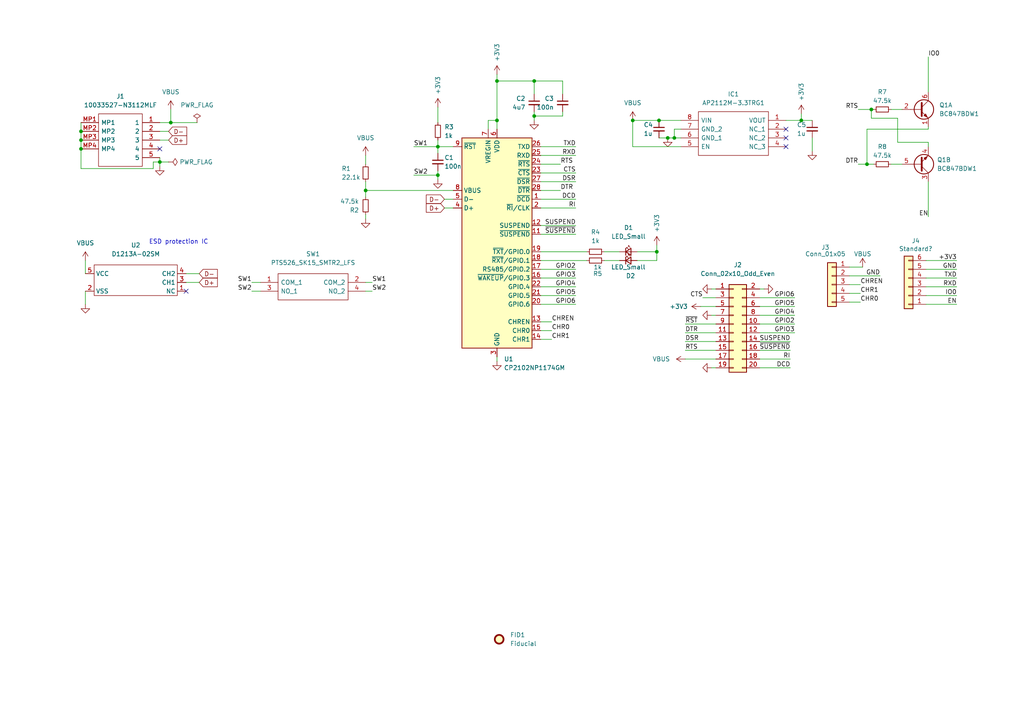
<source format=kicad_sch>
(kicad_sch (version 20211123) (generator eeschema)
  (paper "A4")
  (lib_symbols
    (symbol "Connector_Generic:Conn_01x05" (pin_names (offset 1.016) hide)
      (property "Reference" "J" (at 0 7.62 0))
      (property "Value" "Conn_01x05" (at 0 -7.62 0))
      (symbol "Conn_01x05_1_1"
        (rectangle (start -1.27 -4.953) (end 0 -5.207) (stroke (width 0.1524)))
        (rectangle (start -1.27 -2.413) (end 0 -2.667) (stroke (width 0.1524)))
        (rectangle (start -1.27 0.127) (end 0 -0.127) (stroke (width 0.1524)))
        (rectangle (start -1.27 2.667) (end 0 2.413) (stroke (width 0.1524)))
        (rectangle (start -1.27 5.207) (end 0 4.953) (stroke (width 0.1524)))
        (rectangle (start -1.27 6.35) (end 1.27 -6.35) (stroke (width 0.254)) (fill (type background)))
        (pin passive line (at -5.08 5.08 0) (length 3.81) (name "Pin_1") (number "1"))
        (pin passive line (at -5.08 2.54 0) (length 3.81) (name "Pin_2") (number "2"))
        (pin passive line (at -5.08 0 0) (length 3.81) (name "Pin_3") (number "3"))
        (pin passive line (at -5.08 -2.54 0) (length 3.81) (name "Pin_4") (number "4"))
        (pin passive line (at -5.08 -5.08 0) (length 3.81) (name "Pin_5") (number "5"))
      )
    )
    (symbol "Connector_Generic:Conn_01x06" (pin_names (offset 1.016) hide)
      (property "Reference" "J" (at 0 7.62 0))
      (property "Value" "Conn_01x06" (at 0 -10.16 0))
      (symbol "Conn_01x06_1_1"
        (rectangle (start -1.27 -7.493) (end 0 -7.747) (stroke (width 0.1524)))
        (rectangle (start -1.27 -4.953) (end 0 -5.207) (stroke (width 0.1524)))
        (rectangle (start -1.27 -2.413) (end 0 -2.667) (stroke (width 0.1524)))
        (rectangle (start -1.27 0.127) (end 0 -0.127) (stroke (width 0.1524)))
        (rectangle (start -1.27 2.667) (end 0 2.413) (stroke (width 0.1524)))
        (rectangle (start -1.27 5.207) (end 0 4.953) (stroke (width 0.1524)))
        (rectangle (start -1.27 6.35) (end 1.27 -8.89) (stroke (width 0.254)) (fill (type background)))
        (pin passive line (at -5.08 5.08 0) (length 3.81) (name "Pin_1") (number "1"))
        (pin passive line (at -5.08 2.54 0) (length 3.81) (name "Pin_2") (number "2"))
        (pin passive line (at -5.08 0 0) (length 3.81) (name "Pin_3") (number "3"))
        (pin passive line (at -5.08 -2.54 0) (length 3.81) (name "Pin_4") (number "4"))
        (pin passive line (at -5.08 -5.08 0) (length 3.81) (name "Pin_5") (number "5"))
        (pin passive line (at -5.08 -7.62 0) (length 3.81) (name "Pin_6") (number "6"))
      )
    )
    (symbol "Connector_Generic:Conn_02x10_Odd_Even" (pin_names (offset 1.016) hide)
      (property "Reference" "J" (at 1.27 12.7 0))
      (property "Value" "Conn_02x10_Odd_Even" (at 1.27 -15.24 0))
      (symbol "Conn_02x10_Odd_Even_1_1"
        (rectangle (start -1.27 -12.573) (end 0 -12.827) (stroke (width 0.1524)))
        (rectangle (start -1.27 -10.033) (end 0 -10.287) (stroke (width 0.1524)))
        (rectangle (start -1.27 -7.493) (end 0 -7.747) (stroke (width 0.1524)))
        (rectangle (start -1.27 -4.953) (end 0 -5.207) (stroke (width 0.1524)))
        (rectangle (start -1.27 -2.413) (end 0 -2.667) (stroke (width 0.1524)))
        (rectangle (start -1.27 0.127) (end 0 -0.127) (stroke (width 0.1524)))
        (rectangle (start -1.27 2.667) (end 0 2.413) (stroke (width 0.1524)))
        (rectangle (start -1.27 5.207) (end 0 4.953) (stroke (width 0.1524)))
        (rectangle (start -1.27 7.747) (end 0 7.493) (stroke (width 0.1524)))
        (rectangle (start -1.27 10.287) (end 0 10.033) (stroke (width 0.1524)))
        (rectangle (start -1.27 11.43) (end 3.81 -13.97) (stroke (width 0.254)) (fill (type background)))
        (rectangle (start 3.81 -12.573) (end 2.54 -12.827) (stroke (width 0.1524)))
        (rectangle (start 3.81 -10.033) (end 2.54 -10.287) (stroke (width 0.1524)))
        (rectangle (start 3.81 -7.493) (end 2.54 -7.747) (stroke (width 0.1524)))
        (rectangle (start 3.81 -4.953) (end 2.54 -5.207) (stroke (width 0.1524)))
        (rectangle (start 3.81 -2.413) (end 2.54 -2.667) (stroke (width 0.1524)))
        (rectangle (start 3.81 0.127) (end 2.54 -0.127) (stroke (width 0.1524)))
        (rectangle (start 3.81 2.667) (end 2.54 2.413) (stroke (width 0.1524)))
        (rectangle (start 3.81 5.207) (end 2.54 4.953) (stroke (width 0.1524)))
        (rectangle (start 3.81 7.747) (end 2.54 7.493) (stroke (width 0.1524)))
        (rectangle (start 3.81 10.287) (end 2.54 10.033) (stroke (width 0.1524)))
        (pin passive line (at -5.08 10.16 0) (length 3.81) (name "Pin_1") (number "1"))
        (pin passive line (at 7.62 0 180) (length 3.81) (name "Pin_10") (number "10"))
        (pin passive line (at -5.08 -2.54 0) (length 3.81) (name "Pin_11") (number "11"))
        (pin passive line (at 7.62 -2.54 180) (length 3.81) (name "Pin_12") (number "12"))
        (pin passive line (at -5.08 -5.08 0) (length 3.81) (name "Pin_13") (number "13"))
        (pin passive line (at 7.62 -5.08 180) (length 3.81) (name "Pin_14") (number "14"))
        (pin passive line (at -5.08 -7.62 0) (length 3.81) (name "Pin_15") (number "15"))
        (pin passive line (at 7.62 -7.62 180) (length 3.81) (name "Pin_16") (number "16"))
        (pin passive line (at -5.08 -10.16 0) (length 3.81) (name "Pin_17") (number "17"))
        (pin passive line (at 7.62 -10.16 180) (length 3.81) (name "Pin_18") (number "18"))
        (pin passive line (at -5.08 -12.7 0) (length 3.81) (name "Pin_19") (number "19"))
        (pin passive line (at 7.62 10.16 180) (length 3.81) (name "Pin_2") (number "2"))
        (pin passive line (at 7.62 -12.7 180) (length 3.81) (name "Pin_20") (number "20"))
        (pin passive line (at -5.08 7.62 0) (length 3.81) (name "Pin_3") (number "3"))
        (pin passive line (at 7.62 7.62 180) (length 3.81) (name "Pin_4") (number "4"))
        (pin passive line (at -5.08 5.08 0) (length 3.81) (name "Pin_5") (number "5"))
        (pin passive line (at 7.62 5.08 180) (length 3.81) (name "Pin_6") (number "6"))
        (pin passive line (at -5.08 2.54 0) (length 3.81) (name "Pin_7") (number "7"))
        (pin passive line (at 7.62 2.54 180) (length 3.81) (name "Pin_8") (number "8"))
        (pin passive line (at -5.08 0 0) (length 3.81) (name "Pin_9") (number "9"))
      )
    )
    (symbol "Device:C_Small" (pin_numbers hide) (pin_names (offset 0.254) hide)
      (property "Reference" "C" (at 0.254 1.778 0))
      (property "Value" "C_Small" (at 0.254 -2.032 0))
      (symbol "C_Small_0_1"
        (polyline (pts (xy -1.524 -0.508) (xy 1.524 -0.508)) (stroke (width 0.3302)))
        (polyline (pts (xy -1.524 0.508) (xy 1.524 0.508)) (stroke (width 0.3048)))
      )
      (symbol "C_Small_1_1"
        (pin passive line (at 0 2.54 270) (length 2.032) (name "~") (number "1"))
        (pin passive line (at 0 -2.54 90) (length 2.032) (name "~") (number "2"))
      )
    )
    (symbol "Device:LED_Small" (pin_numbers hide) (pin_names (offset 0.254) hide)
      (property "Reference" "D" (at -1.27 3.175 0))
      (property "Value" "LED_Small" (at -4.445 -2.54 0))
      (symbol "LED_Small_0_1"
        (polyline (pts (xy -0.762 -1.016) (xy -0.762 1.016)) (stroke (width 0.254)))
        (polyline (pts (xy 1.016 0) (xy -0.762 0)))
        (polyline (pts (xy 0.762 -1.016) (xy -0.762 0) (xy 0.762 1.016) (xy 0.762 -1.016)) (stroke (width 0.254)))
        (polyline (pts (xy 0 0.762) (xy -0.508 1.27) (xy -0.254 1.27) (xy -0.508 1.27) (xy -0.508 1.016)))
        (polyline (pts (xy 0.508 1.27) (xy 0 1.778) (xy 0.254 1.778) (xy 0 1.778) (xy 0 1.524)))
      )
      (symbol "LED_Small_1_1"
        (pin passive line (at -2.54 0 0) (length 1.778) (name "K") (number "1"))
        (pin passive line (at 2.54 0 180) (length 1.778) (name "A") (number "2"))
      )
    )
    (symbol "Device:R_Small" (pin_numbers hide) (pin_names (offset 0.254) hide)
      (property "Reference" "R" (at 0.762 0.508 0))
      (property "Value" "R_Small" (at 0.762 -1.016 0))
      (symbol "R_Small_0_1"
        (rectangle (start -0.762 1.778) (end 0.762 -1.778) (stroke (width 0.2032)))
      )
      (symbol "R_Small_1_1"
        (pin passive line (at 0 2.54 270) (length 0.762) (name "~") (number "1"))
        (pin passive line (at 0 -2.54 90) (length 0.762) (name "~") (number "2"))
      )
    )
    (symbol "Interface_USB:CP2102N-Axx-xQFN28"
      (property "Reference" "U" (at -8.89 31.75 0))
      (property "Value" "CP2102N-Axx-xQFN28" (at 12.7 31.75 0))
      (symbol "CP2102N-Axx-xQFN28_0_1"
        (rectangle (start -10.16 30.48) (end 10.16 -30.48) (stroke (width 0.254)) (fill (type background)))
      )
      (symbol "CP2102N-Axx-xQFN28_1_1"
        (pin input line (at 12.7 12.7 180) (length 2.54) (name "~{DCD}") (number "1"))
        (pin no_connect line (at -10.16 -27.94 0) (length 2.54) hide (name "NC") (number "10"))
        (pin output line (at 12.7 2.54 180) (length 2.54) (name "~{SUSPEND}") (number "11"))
        (pin output line (at 12.7 5.08 180) (length 2.54) (name "SUSPEND") (number "12"))
        (pin output line (at 12.7 -22.86 180) (length 2.54) (name "CHREN") (number "13"))
        (pin output line (at 12.7 -27.94 180) (length 2.54) (name "CHR1") (number "14"))
        (pin output line (at 12.7 -25.4 180) (length 2.54) (name "CHR0") (number "15"))
        (pin bidirectional line (at 12.7 -10.16 180) (length 2.54) (name "~{WAKEUP}/GPIO.3") (number "16"))
        (pin bidirectional line (at 12.7 -7.62 180) (length 2.54) (name "RS485/GPIO.2") (number "17"))
        (pin bidirectional line (at 12.7 -5.08 180) (length 2.54) (name "~{RXT}/GPIO.1") (number "18"))
        (pin bidirectional line (at 12.7 -2.54 180) (length 2.54) (name "~{TXT}/GPIO.0") (number "19"))
        (pin bidirectional line (at 12.7 10.16 180) (length 2.54) (name "~{RI}/CLK") (number "2"))
        (pin bidirectional line (at 12.7 -17.78 180) (length 2.54) (name "GPIO.6") (number "20"))
        (pin bidirectional line (at 12.7 -15.24 180) (length 2.54) (name "GPIO.5") (number "21"))
        (pin bidirectional line (at 12.7 -12.7 180) (length 2.54) (name "GPIO.4") (number "22"))
        (pin input line (at 12.7 20.32 180) (length 2.54) (name "~{CTS}") (number "23"))
        (pin output line (at 12.7 22.86 180) (length 2.54) (name "~{RTS}") (number "24"))
        (pin input line (at 12.7 25.4 180) (length 2.54) (name "RXD") (number "25"))
        (pin output line (at 12.7 27.94 180) (length 2.54) (name "TXD") (number "26"))
        (pin input line (at 12.7 17.78 180) (length 2.54) (name "~{DSR}") (number "27"))
        (pin output line (at 12.7 15.24 180) (length 2.54) (name "~{DTR}") (number "28"))
        (pin passive line (at 0 -33.02 90) (length 2.54) hide (name "GND") (number "29"))
        (pin power_in line (at 0 -33.02 90) (length 2.54) (name "GND") (number "3"))
        (pin bidirectional line (at -12.7 10.16 0) (length 2.54) (name "D+") (number "4"))
        (pin bidirectional line (at -12.7 12.7 0) (length 2.54) (name "D-") (number "5"))
        (pin power_in line (at 0 33.02 270) (length 2.54) (name "VDD") (number "6"))
        (pin power_in line (at -2.54 33.02 270) (length 2.54) (name "VREGIN") (number "7"))
        (pin input line (at -12.7 15.24 0) (length 2.54) (name "VBUS") (number "8"))
        (pin input line (at -12.7 27.94 0) (length 2.54) (name "~{RST}") (number "9"))
      )
    )
    (symbol "Mechanical:Fiducial"
      (property "Reference" "FID" (at 0 5.08 0))
      (property "Value" "Fiducial" (at 0 3.175 0))
      (symbol "Fiducial_0_1"
        (circle (center 0 0) (radius 1.27) (stroke (width 0.508)) (fill (type background)))
      )
    )
    (symbol "My_custom_lib:D1213A-02SM"
      (property "Reference" "U" (at 0 0 0))
      (property "Value" "D1213A-02SM" (at 0 2.54 0))
      (symbol "D1213A-02SM_0_1"
        (rectangle (start -12.7 6.35) (end 11.43 -2.54))
      )
      (symbol "D1213A-02SM_1_1"
        (pin power_in line (at 13.97 -1.27 180) (length 2.54) (name "NC") (number "1"))
        (pin power_in line (at -15.24 -1.27 0) (length 2.54) (name "VSS") (number "2"))
        (pin input line (at 13.97 1.27 180) (length 2.54) (name "CH1") (number "3"))
        (pin input line (at 13.97 3.81 180) (length 2.54) (name "CH2") (number "4"))
        (pin power_in line (at -15.24 3.81 0) (length 2.54) (name "VCC") (number "5"))
      )
    )
    (symbol "SamacSys_Parts:10033527-N3112MLF" (pin_names (offset 0.762))
      (property "Reference" "J" (at 19.05 7.62 0))
      (property "Value" "10033527-N3112MLF" (at 19.05 5.08 0))
      (symbol "10033527-N3112MLF_0_0"
        (pin passive line (at 0 0 0) (length 5.08) (name "1") (number "1"))
        (pin passive line (at 0 -2.54 0) (length 5.08) (name "2") (number "2"))
        (pin passive line (at 0 -5.08 0) (length 5.08) (name "3") (number "3"))
        (pin passive line (at 0 -7.62 0) (length 5.08) (name "4") (number "4"))
        (pin passive line (at 0 -10.16 0) (length 5.08) (name "5") (number "5"))
        (pin passive line (at 22.86 0 180) (length 5.08) (name "MP1") (number "MP1"))
        (pin passive line (at 22.86 -2.54 180) (length 5.08) (name "MP2") (number "MP2"))
        (pin passive line (at 22.86 -5.08 180) (length 5.08) (name "MP3") (number "MP3"))
        (pin passive line (at 22.86 -7.62 180) (length 5.08) (name "MP4") (number "MP4"))
      )
      (symbol "10033527-N3112MLF_0_1"
        (polyline (pts (xy 5.08 2.54) (xy 17.78 2.54) (xy 17.78 -12.7) (xy 5.08 -12.7) (xy 5.08 2.54)) (stroke (width 0.1524)))
      )
    )
    (symbol "SamacSys_Parts:AP2112M-3.3TRG1" (pin_names (offset 0.762))
      (property "Reference" "IC" (at 26.67 7.62 0))
      (property "Value" "AP2112M-3.3TRG1" (at 26.67 5.08 0))
      (symbol "AP2112M-3.3TRG1_0_0"
        (pin passive line (at 0 0 0) (length 5.08) (name "VOUT") (number "1"))
        (pin passive line (at 0 -2.54 0) (length 5.08) (name "NC_1") (number "2"))
        (pin passive line (at 0 -5.08 0) (length 5.08) (name "NC_2") (number "3"))
        (pin passive line (at 0 -7.62 0) (length 5.08) (name "NC_3") (number "4"))
        (pin passive line (at 30.48 -7.62 180) (length 5.08) (name "EN") (number "5"))
        (pin passive line (at 30.48 -5.08 180) (length 5.08) (name "GND_1") (number "6"))
        (pin passive line (at 30.48 -2.54 180) (length 5.08) (name "GND_2") (number "7"))
        (pin passive line (at 30.48 0 180) (length 5.08) (name "VIN") (number "8"))
      )
      (symbol "AP2112M-3.3TRG1_0_1"
        (polyline (pts (xy 5.08 2.54) (xy 25.4 2.54) (xy 25.4 -10.16) (xy 5.08 -10.16) (xy 5.08 2.54)) (stroke (width 0.1524)))
      )
    )
    (symbol "SamacSys_Parts:PTS526_SK15_SMTR2_LFS" (pin_names (offset 0.762))
      (property "Reference" "S" (at 26.67 7.62 0))
      (property "Value" "PTS526_SK15_SMTR2_LFS" (at 26.67 5.08 0))
      (symbol "PTS526_SK15_SMTR2_LFS_0_0"
        (pin passive line (at 0 0 0) (length 5.08) (name "COM_1") (number "1"))
        (pin passive line (at 30.48 0 180) (length 5.08) (name "COM_2") (number "2"))
        (pin passive line (at 0 -2.54 0) (length 5.08) (name "NO_1") (number "3"))
        (pin passive line (at 30.48 -2.54 180) (length 5.08) (name "NO_2") (number "4"))
      )
      (symbol "PTS526_SK15_SMTR2_LFS_0_1"
        (polyline (pts (xy 5.08 2.54) (xy 25.4 2.54) (xy 25.4 -5.08) (xy 5.08 -5.08) (xy 5.08 2.54)) (stroke (width 0.1524)))
      )
    )
    (symbol "Transistor_BJT:BC847BDW1" (pin_names (offset 0) hide)
      (property "Reference" "Q" (at 5.08 1.27 0))
      (property "Value" "BC847BDW1" (at 5.08 -1.27 0))
      (symbol "BC847BDW1_0_1"
        (polyline (pts (xy 0.635 0) (xy -2.54 0)))
        (polyline (pts (xy 0.635 0.635) (xy 2.54 2.54)))
        (polyline (pts (xy 0.635 -0.635) (xy 2.54 -2.54) (xy 2.54 -2.54)))
        (polyline (pts (xy 0.635 1.905) (xy 0.635 -1.905) (xy 0.635 -1.905)) (stroke (width 0.508)))
        (polyline (pts (xy 1.27 -1.778) (xy 1.778 -1.27) (xy 2.286 -2.286) (xy 1.27 -1.778) (xy 1.27 -1.778)) (fill (type outline)))
        (circle (center 1.27 0) (radius 2.8194) (stroke (width 0.254)))
      )
      (symbol "BC847BDW1_1_1"
        (pin passive line (at 2.54 -5.08 90) (length 2.54) (name "E1") (number "1"))
        (pin input line (at -5.08 0 0) (length 2.54) (name "B1") (number "2"))
        (pin passive line (at 2.54 5.08 270) (length 2.54) (name "C1") (number "6"))
      )
      (symbol "BC847BDW1_2_1"
        (pin passive line (at 2.54 5.08 270) (length 2.54) (name "C2") (number "3"))
        (pin passive line (at 2.54 -5.08 90) (length 2.54) (name "E2") (number "4"))
        (pin input line (at -5.08 0 0) (length 2.54) (name "B2") (number "5"))
      )
    )
    (symbol "power:+3V3" (power) (pin_names (offset 0))
      (property "Value" "+3V3" (at 0 3.556 0))
      (symbol "+3V3_0_1"
        (polyline (pts (xy -0.762 1.27) (xy 0 2.54)))
        (polyline (pts (xy 0 0) (xy 0 2.54)))
        (polyline (pts (xy 0 2.54) (xy 0.762 1.27)))
      )
      (symbol "+3V3_1_1"
        (pin power_in line (at 0 0 90) (length 0) hide (name "+3V3") (number "1"))
      )
    )
    (symbol "power:GND" (power) (pin_names (offset 0))
      (property "Value" "GND" (at 0 -3.81 0))
      (symbol "GND_0_1"
        (polyline (pts (xy 0 0) (xy 0 -1.27) (xy 1.27 -1.27) (xy 0 -2.54) (xy -1.27 -1.27) (xy 0 -1.27)))
      )
      (symbol "GND_1_1"
        (pin power_in line (at 0 0 270) (length 0) hide (name "GND") (number "1"))
      )
    )
    (symbol "power:PWR_FLAG" (power) (pin_numbers hide) (pin_names (offset 0) hide)
      (property "Value" "PWR_FLAG" (at 0 3.81 0))
      (symbol "PWR_FLAG_0_0"
        (pin power_out line (at 0 0 90) (length 0) (name "pwr") (number "1"))
      )
      (symbol "PWR_FLAG_0_1"
        (polyline (pts (xy 0 0) (xy 0 1.27) (xy -1.016 1.905) (xy 0 2.54) (xy 1.016 1.905) (xy 0 1.27)))
      )
    )
    (symbol "power:VBUS" (power) (pin_names (offset 0))
      (property "Value" "VBUS" (at 0 3.81 0))
      (symbol "VBUS_0_1"
        (polyline (pts (xy -0.762 1.27) (xy 0 2.54)))
        (polyline (pts (xy 0 0) (xy 0 2.54)))
        (polyline (pts (xy 0 2.54) (xy 0.762 1.27)))
      )
      (symbol "VBUS_1_1"
        (pin power_in line (at 0 0 90) (length 0) hide (name "VBUS") (number "1"))
      )
    )
  )
  (junction (at 195.58 40.005))
  (junction (at 154.94 33.655))
  (junction (at 251.46 47.625))
  (junction (at 191.135 34.925))
  (junction (at 106.045 55.245))
  (junction (at 183.515 34.925))
  (junction (at 23.495 43.18))
  (junction (at 144.145 34.925))
  (junction (at 49.53 35.56))
  (junction (at 127 50.8))
  (junction (at 252.73 31.75))
  (junction (at 232.41 34.925))
  (junction (at 193.675 40.005))
  (junction (at 190.5 73.025))
  (junction (at 46.355 46.99))
  (junction (at 144.145 23.495))
  (junction (at 23.495 38.1))
  (junction (at 127 42.545))
  (junction (at 154.94 23.495))
  (junction (at 23.495 40.64))
  (no_connect (at 227.965 37.465))
  (no_connect (at 227.965 40.005))
  (no_connect (at 227.965 42.545))
  (no_connect (at 53.975 84.455))
  (no_connect (at 46.355 43.18))
  (wire (pts (xy 183.515 42.545) (xy 183.515 34.925)))
  (wire (pts (xy 248.92 47.625) (xy 251.46 47.625)))
  (wire (pts (xy 144.145 21.59) (xy 144.145 23.495)))
  (wire (pts (xy 44.45 48.895) (xy 44.45 46.99)))
  (wire (pts (xy 190.5 71.12) (xy 190.5 73.025)))
  (wire (pts (xy 154.94 33.655) (xy 154.94 34.925)))
  (wire (pts (xy 207.645 106.68) (xy 206.375 106.68)))
  (wire (pts (xy 269.24 37.465) (xy 269.24 36.83)))
  (wire (pts (xy 203.835 86.36) (xy 207.645 86.36)))
  (wire (pts (xy 277.495 75.565) (xy 268.605 75.565)))
  (wire (pts (xy 220.345 93.98) (xy 230.505 93.98)))
  (wire (pts (xy 46.355 46.99) (xy 48.895 46.99)))
  (wire (pts (xy 23.495 48.895) (xy 44.45 48.895)))
  (wire (pts (xy 106.045 81.915) (xy 107.95 81.915)))
  (wire (pts (xy 170.18 73.025) (xy 156.845 73.025)))
  (wire (pts (xy 198.755 93.98) (xy 207.645 93.98)))
  (wire (pts (xy 227.965 34.925) (xy 232.41 34.925)))
  (wire (pts (xy 23.495 40.64) (xy 23.495 43.18)))
  (wire (pts (xy 229.235 106.68) (xy 220.345 106.68)))
  (wire (pts (xy 106.045 55.245) (xy 131.445 55.245)))
  (wire (pts (xy 220.345 96.52) (xy 230.505 96.52)))
  (wire (pts (xy 167.005 50.165) (xy 156.845 50.165)))
  (wire (pts (xy 73.025 84.455) (xy 75.565 84.455)))
  (wire (pts (xy 251.46 47.625) (xy 251.46 37.465)))
  (wire (pts (xy 193.675 40.005) (xy 195.58 40.005)))
  (wire (pts (xy 167.005 65.405) (xy 156.845 65.405)))
  (wire (pts (xy 229.235 101.6) (xy 220.345 101.6)))
  (wire (pts (xy 106.045 52.705) (xy 106.045 55.245)))
  (wire (pts (xy 207.645 83.82) (xy 206.375 83.82)))
  (wire (pts (xy 167.005 52.705) (xy 156.845 52.705)))
  (wire (pts (xy 190.5 75.565) (xy 190.5 73.025)))
  (wire (pts (xy 144.145 23.495) (xy 144.145 34.925)))
  (wire (pts (xy 203.2 88.9) (xy 207.645 88.9)))
  (wire (pts (xy 277.495 80.645) (xy 268.605 80.645)))
  (wire (pts (xy 49.53 31.75) (xy 49.53 35.56)))
  (wire (pts (xy 229.235 99.06) (xy 220.345 99.06)))
  (wire (pts (xy 220.345 83.82) (xy 221.615 83.82)))
  (wire (pts (xy 198.755 99.06) (xy 207.645 99.06)))
  (wire (pts (xy 277.495 83.185) (xy 268.605 83.185)))
  (wire (pts (xy 106.045 55.245) (xy 106.045 57.15)))
  (wire (pts (xy 195.58 37.465) (xy 195.58 40.005)))
  (wire (pts (xy 167.005 57.785) (xy 156.845 57.785)))
  (wire (pts (xy 127 42.545) (xy 127 44.45)))
  (wire (pts (xy 156.845 75.565) (xy 170.18 75.565)))
  (wire (pts (xy 198.755 101.6) (xy 207.645 101.6)))
  (wire (pts (xy 106.045 45.085) (xy 106.045 47.625)))
  (wire (pts (xy 156.845 78.105) (xy 167.005 78.105)))
  (wire (pts (xy 197.485 42.545) (xy 183.515 42.545)))
  (wire (pts (xy 190.5 73.025) (xy 184.785 73.025)))
  (wire (pts (xy 44.45 46.99) (xy 46.355 46.99)))
  (wire (pts (xy 269.24 52.705) (xy 269.24 62.865)))
  (wire (pts (xy 53.975 79.375) (xy 57.785 79.375)))
  (wire (pts (xy 73.025 81.915) (xy 75.565 81.915)))
  (wire (pts (xy 154.94 23.495) (xy 163.195 23.495)))
  (wire (pts (xy 269.24 26.67) (xy 269.24 16.51)))
  (wire (pts (xy 251.46 37.465) (xy 269.24 37.465)))
  (wire (pts (xy 252.73 31.75) (xy 253.365 31.75)))
  (wire (pts (xy 220.345 91.44) (xy 230.505 91.44)))
  (wire (pts (xy 175.26 75.565) (xy 179.705 75.565)))
  (wire (pts (xy 277.495 85.725) (xy 268.605 85.725)))
  (wire (pts (xy 163.195 32.385) (xy 163.195 33.655)))
  (wire (pts (xy 179.705 73.025) (xy 175.26 73.025)))
  (wire (pts (xy 24.765 75.565) (xy 24.765 79.375)))
  (wire (pts (xy 106.045 62.23) (xy 106.045 63.5)))
  (wire (pts (xy 141.605 37.465) (xy 141.605 34.925)))
  (wire (pts (xy 232.41 33.02) (xy 232.41 34.925)))
  (wire (pts (xy 167.005 67.945) (xy 156.845 67.945)))
  (wire (pts (xy 156.845 83.185) (xy 167.005 83.185)))
  (wire (pts (xy 141.605 34.925) (xy 144.145 34.925)))
  (wire (pts (xy 277.495 88.265) (xy 268.605 88.265)))
  (wire (pts (xy 131.445 57.785) (xy 128.905 57.785)))
  (wire (pts (xy 258.445 31.75) (xy 261.62 31.75)))
  (wire (pts (xy 144.145 103.505) (xy 144.145 104.775)))
  (wire (pts (xy 46.355 46.99) (xy 46.355 48.26)))
  (wire (pts (xy 197.485 37.465) (xy 195.58 37.465)))
  (wire (pts (xy 46.355 40.64) (xy 48.895 40.64)))
  (wire (pts (xy 232.41 34.925) (xy 235.585 34.925)))
  (wire (pts (xy 156.845 80.645) (xy 167.005 80.645)))
  (wire (pts (xy 53.975 81.915) (xy 57.785 81.915)))
  (wire (pts (xy 144.145 23.495) (xy 154.94 23.495)))
  (wire (pts (xy 154.94 23.495) (xy 154.94 27.305)))
  (wire (pts (xy 49.53 35.56) (xy 57.15 35.56)))
  (wire (pts (xy 251.46 47.625) (xy 253.365 47.625)))
  (wire (pts (xy 156.845 88.265) (xy 167.005 88.265)))
  (wire (pts (xy 235.585 43.815) (xy 235.585 40.005)))
  (wire (pts (xy 156.845 93.345) (xy 160.02 93.345)))
  (wire (pts (xy 156.845 85.725) (xy 167.005 85.725)))
  (wire (pts (xy 250.19 77.47) (xy 246.38 77.47)))
  (wire (pts (xy 252.73 31.75) (xy 252.73 34.29)))
  (wire (pts (xy 106.045 84.455) (xy 107.95 84.455)))
  (wire (pts (xy 184.785 75.565) (xy 190.5 75.565)))
  (wire (pts (xy 246.38 85.09) (xy 249.555 85.09)))
  (wire (pts (xy 23.495 38.1) (xy 23.495 40.64)))
  (wire (pts (xy 269.24 41.275) (xy 260.35 41.275)))
  (wire (pts (xy 167.005 60.325) (xy 156.845 60.325)))
  (wire (pts (xy 120.015 42.545) (xy 127 42.545)))
  (wire (pts (xy 220.345 88.9) (xy 230.505 88.9)))
  (wire (pts (xy 269.24 41.275) (xy 269.24 42.545)))
  (wire (pts (xy 46.355 45.72) (xy 46.355 46.99)))
  (wire (pts (xy 23.495 43.18) (xy 23.495 48.895)))
  (wire (pts (xy 258.445 47.625) (xy 261.62 47.625)))
  (wire (pts (xy 156.845 95.885) (xy 160.02 95.885)))
  (wire (pts (xy 24.765 88.265) (xy 24.765 84.455)))
  (wire (pts (xy 167.005 42.545) (xy 156.845 42.545)))
  (wire (pts (xy 163.195 33.655) (xy 154.94 33.655)))
  (wire (pts (xy 198.755 96.52) (xy 207.645 96.52)))
  (wire (pts (xy 127 42.545) (xy 131.445 42.545)))
  (wire (pts (xy 248.92 31.75) (xy 252.73 31.75)))
  (wire (pts (xy 198.755 104.14) (xy 207.645 104.14)))
  (wire (pts (xy 246.38 82.55) (xy 249.555 82.55)))
  (wire (pts (xy 260.35 41.275) (xy 260.35 34.29)))
  (wire (pts (xy 144.145 37.465) (xy 144.145 34.925)))
  (wire (pts (xy 252.73 34.29) (xy 260.35 34.29)))
  (wire (pts (xy 277.495 78.105) (xy 268.605 78.105)))
  (wire (pts (xy 229.235 104.14) (xy 220.345 104.14)))
  (wire (pts (xy 154.94 32.385) (xy 154.94 33.655)))
  (wire (pts (xy 255.27 80.01) (xy 246.38 80.01)))
  (wire (pts (xy 191.135 34.925) (xy 197.485 34.925)))
  (wire (pts (xy 46.355 38.1) (xy 48.895 38.1)))
  (wire (pts (xy 127 40.64) (xy 127 42.545)))
  (wire (pts (xy 207.645 91.44) (xy 206.375 91.44)))
  (wire (pts (xy 220.345 86.36) (xy 230.505 86.36)))
  (wire (pts (xy 167.005 45.085) (xy 156.845 45.085)))
  (wire (pts (xy 246.38 87.63) (xy 249.555 87.63)))
  (wire (pts (xy 191.135 40.005) (xy 193.675 40.005)))
  (wire (pts (xy 163.195 23.495) (xy 163.195 27.305)))
  (wire (pts (xy 195.58 40.005) (xy 197.485 40.005)))
  (wire (pts (xy 127 31.115) (xy 127 35.56)))
  (wire (pts (xy 23.495 35.56) (xy 23.495 38.1)))
  (wire (pts (xy 131.445 60.325) (xy 128.905 60.325)))
  (wire (pts (xy 156.845 47.625) (xy 162.56 47.625)))
  (wire (pts (xy 120.015 50.8) (xy 127 50.8)))
  (wire (pts (xy 156.845 55.245) (xy 162.56 55.245)))
  (wire (pts (xy 46.355 35.56) (xy 49.53 35.56)))
  (wire (pts (xy 156.845 98.425) (xy 160.02 98.425)))
  (wire (pts (xy 127 49.53) (xy 127 50.8)))
  (wire (pts (xy 183.515 34.925) (xy 191.135 34.925)))
  (wire (pts (xy 127 50.8) (xy 127 52.07)))
  (text "ESD protection IC" (at 43.18 70.993 0) (effects (font (size 1.27 1.27)) (justify left bottom)))
  (label "CHR0" (at 249.555 87.63 0))
  (label "EN" (at 277.495 88.265 180))
  (label "GPIO5" (at 167.005 85.725 180))
  (label "RXD" (at 277.495 83.185 180))
  (label "GPIO4" (at 167.005 83.185 180))
  (label "SW2" (at 73.025 84.455 180))
  (label "RI" (at 167.005 60.325 180))
  (label "SW2" (at 120.015 50.8 0))
  (label "CTS" (at 167.005 50.165 180))
  (label "SW2" (at 107.95 84.455 0))
  (label "SW1" (at 73.025 81.915 180))
  (label "DTR" (at 198.755 96.52 0))
  (label "RI" (at 229.235 104.14 180))
  (label "DTR" (at 248.92 47.625 180))
  (label "CHR1" (at 249.555 85.09 0))
  (label "DCD" (at 167.005 57.785 180))
  (label "RTS" (at 248.92 31.75 180))
  (label "RTS" (at 198.755 101.6 0))
  (label "DTR" (at 162.56 55.245 0))
  (label "GPIO6" (at 167.005 88.265 180))
  (label "TXD" (at 277.495 80.645 180))
  (label "SW1" (at 120.015 42.545 0))
  (label "GND" (at 277.495 78.105 180))
  (label "CHR0" (at 160.02 95.885 0))
  (label "DSR" (at 198.755 99.06 0))
  (label "DSR" (at 167.005 52.705 180))
  (label "CHREN" (at 249.555 82.55 0))
  (label "~{SUSPEND}" (at 229.235 101.6 180))
  (label "CHR1" (at 160.02 98.425 0))
  (label "GND" (at 255.27 80.01 180))
  (label "GPIO2" (at 167.005 78.105 180))
  (label "GPIO3" (at 167.005 80.645 180))
  (label "GPIO6" (at 230.505 86.36 180))
  (label "~{SUSPEND}" (at 167.005 67.945 180))
  (label "IO0" (at 269.24 16.51 0))
  (label "GPIO5" (at 230.505 88.9 180))
  (label "EN" (at 269.24 62.865 180))
  (label "GPIO4" (at 230.505 91.44 180))
  (label "SUSPEND" (at 167.005 65.405 180))
  (label "SW1" (at 107.95 81.915 0))
  (label "RXD" (at 167.005 45.085 180))
  (label "CTS" (at 203.835 86.36 180))
  (label "SUSPEND" (at 229.235 99.06 180))
  (label "~{RST}" (at 198.755 93.98 0))
  (label "GPIO2" (at 230.505 93.98 180))
  (label "DCD" (at 229.235 106.68 180))
  (label "IO0" (at 277.495 85.725 180))
  (label "CHREN" (at 160.02 93.345 0))
  (label "RTS" (at 162.56 47.625 0))
  (label "+3V3" (at 277.495 75.565 180))
  (label "GPIO3" (at 230.505 96.52 180))
  (label "TXD" (at 167.005 42.545 180))
  (global_label "D-" (shape input) (at 128.905 57.785 180) (property "Intersheet References" "${INTERSHEET_REFS}" (effects hide)))
  (global_label "D+" (shape input) (at 48.895 40.64 0) (property "Intersheet References" "${INTERSHEET_REFS}" (effects hide)))
  (global_label "D+" (shape input) (at 128.905 60.325 180) (property "Intersheet References" "${INTERSHEET_REFS}" (effects hide)))
  (global_label "D-" (shape input) (at 48.895 38.1 0) (property "Intersheet References" "${INTERSHEET_REFS}" (effects hide)))
  (global_label "D+" (shape input) (at 57.785 81.915 0) (property "Intersheet References" "${INTERSHEET_REFS}" (effects hide)))
  (global_label "D-" (shape input) (at 57.785 79.375 0) (property "Intersheet References" "${INTERSHEET_REFS}" (effects hide)))
  (symbol (lib_id "Device:R_Small") (at 172.72 75.565 90) (unit 1)
    (property "Reference" "R5" (at 173.355 79.375 90))
    (property "Value" "1k" (at 173.355 77.47 90))
    (property "Footprint" "Resistor_SMD:R_0603_1608Metric_Pad0.98x0.95mm_HandSolder" (effects hide))
  )
  (symbol (lib_id "Connector_Generic:Conn_01x06") (at 263.525 83.185 180) (unit 1)
    (property "Reference" "J4" (at 265.6078 69.85 0))
    (property "Value" "Standard?" (at 265.6078 72.1614 0))
    (property "Footprint" "Connector_PinHeader_2.54mm:PinHeader_1x06_P2.54mm_Vertical" (effects hide))
  )
  (symbol (lib_id "power:+3V3") (at 127 31.115 0) (unit 1)
    (property "Reference" "#PWR0101" (effects hide))
    (property "Value" "+3V3" (at 127 24.765 90))
  )
  (symbol (lib_id "power:GND") (at 127 52.07 0) (unit 1)
    (property "Reference" "#PWR011" (effects hide))
    (property "Value" "GND" (effects hide))
  )
  (symbol (lib_id "Device:R_Small") (at 127 38.1 180) (unit 1)
    (property "Reference" "R3" (at 128.905 36.8299 0) (effects (justify right)))
    (property "Value" "1k" (at 128.905 39.3699 0) (effects (justify right)))
    (property "Footprint" "Resistor_SMD:R_0603_1608Metric_Pad0.98x0.95mm_HandSolder" (effects hide))
  )
  (symbol (lib_id "Device:R_Small") (at 255.905 47.625 270) (unit 1)
    (property "Reference" "R8" (at 255.905 42.545 90))
    (property "Value" "47.5k" (at 255.905 45.085 90))
    (property "Footprint" "Resistor_SMD:R_0603_1608Metric_Pad0.98x0.95mm_HandSolder" (effects hide))
  )
  (symbol (lib_id "Device:LED_Small") (at 182.245 75.565 0) (unit 1)
    (property "Reference" "D2" (at 182.88 80.01 0))
    (property "Value" "LED_Small" (at 182.245 77.47 0))
    (property "Footprint" "LED_SMD:LED_0603_1608Metric_Pad1.05x0.95mm_HandSolder" (effects hide))
  )
  (symbol (lib_id "power:+3V3") (at 144.145 21.59 0) (unit 1)
    (property "Reference" "#PWR018" (effects hide))
    (property "Value" "+3V3" (at 144.145 15.24 90))
  )
  (symbol (lib_id "Device:C_Small") (at 154.94 29.845 0) (mirror y) (unit 1)
    (property "Reference" "C2" (at 152.4 28.5812 0) (effects (justify left)))
    (property "Value" "4u7" (at 152.4 31.1212 0) (effects (justify left)))
    (property "Footprint" "Capacitor_SMD:C_0603_1608Metric_Pad1.08x0.95mm_HandSolder" (effects hide))
  )
  (symbol (lib_id "My_custom_lib:D1213A-02SM") (at 40.005 83.185 0) (unit 1)
    (property "Reference" "U2" (at 39.37 71.12 0))
    (property "Value" "D1213A-02SM" (at 39.37 73.66 0))
    (property "Footprint" "Package_TO_SOT_SMD:SOT-23-5_HandSoldering" (effects hide))
  )
  (symbol (lib_id "power:VBUS") (at 24.765 75.565 0) (unit 1)
    (property "Reference" "#PWR0103" (effects hide))
    (property "Value" "VBUS" (at 24.765 70.485 0))
  )
  (symbol (lib_id "SamacSys_Parts:10033527-N3112MLF") (at 46.355 35.56 0) (mirror y) (unit 1)
    (property "Reference" "J1" (at 34.925 27.94 0))
    (property "Value" "10033527-N3112MLF" (at 34.925 30.48 0))
    (property "Footprint" "SamacSys_Parts:10033527N3112MLF" (effects hide))
    (property "Datasheet" "https://cdn.amphenol-icc.com/media/wysiwyg/files/drawing/10033527.pdf" (effects hide))
    (property "Description" "USB - mini AB USB 2.0 Receptacle Connector 5 Position Surface Mount, Right Angle" (effects hide))
    (property "Height" "4.05" (effects hide))
    (property "Mouser Part Number" "649-10033527N3112MLF" (effects hide))
    (property "Mouser Price/Stock" "https://www.mouser.co.uk/ProductDetail/Amphenol-FCI/10033527-N3112MLF?qs=SY%2F34uu5F4ZzUdhf3C4mRw%3D%3D" (effects hide))
    (property "Manufacturer_Name" "Amphenol" (effects hide))
    (property "Manufacturer_Part_Number" "10033527-N3112MLF" (effects hide))
  )
  (symbol (lib_id "power:VBUS") (at 106.045 45.085 0) (unit 1)
    (property "Reference" "#PWR04" (effects hide))
    (property "Value" "VBUS" (at 106.045 40.005 0))
  )
  (symbol (lib_id "power:GND") (at 193.675 40.005 0) (unit 1)
    (property "Reference" "#PWR0102" (effects hide))
    (property "Value" "GND" (effects hide))
  )
  (symbol (lib_id "power:PWR_FLAG") (at 48.895 46.99 270) (unit 1)
    (property "Reference" "#FLG01" (effects hide))
    (property "Value" "PWR_FLAG" (at 52.07 46.9899 90) (effects (justify left)))
  )
  (symbol (lib_id "power:+3V3") (at 203.2 88.9 90) (unit 1)
    (property "Reference" "#PWR06" (effects hide))
    (property "Value" "+3V3" (at 196.85 88.9 90))
  )
  (symbol (lib_id "Transistor_BJT:BC847BDW1") (at 266.7 31.75 0) (unit 1)
    (property "Reference" "Q1" (at 272.415 30.4799 0) (effects (justify left)))
    (property "Value" "BC847BDW1" (at 272.415 33.0199 0) (effects (justify left)))
    (property "Footprint" "Package_TO_SOT_SMD:SOT-363_SC-70-6" (effects hide))
    (property "Datasheet" "http://www.onsemi.com/pub_link/Collateral/BC846BDW1T1-D.PDF" (effects hide))
  )
  (symbol (lib_id "power:+3V3") (at 232.41 33.02 0) (unit 1)
    (property "Reference" "#PWR017" (effects hide))
    (property "Value" "+3V3" (at 232.41 26.67 90))
  )
  (symbol (lib_id "Interface_USB:CP2102N-Axx-xQFN28") (at 144.145 70.485 0) (unit 1)
    (property "Reference" "U1" (at 146.1644 104.14 0) (effects (justify left)))
    (property "Value" "CP2102NP1174GM" (at 146.1644 106.68 0) (effects (justify left)))
    (property "Footprint" "Package_DFN_QFN:QFN-28-1EP_5x5mm_P0.5mm_EP3.35x3.35mm" (effects hide))
    (property "Datasheet" "https://www.silabs.com/documents/public/data-sheets/cp2102n-datasheet.pdf" (effects hide))
  )
  (symbol (lib_id "Device:C_Small") (at 235.585 37.465 0) (mirror y) (unit 1)
    (property "Reference" "C5" (at 231.14 36.195 0) (effects (justify right)))
    (property "Value" "1u" (at 231.14 38.735 0) (effects (justify right)))
    (property "Footprint" "Capacitor_SMD:C_0603_1608Metric_Pad1.08x0.95mm_HandSolder" (effects hide))
  )
  (symbol (lib_id "Device:C_Small") (at 191.135 37.465 0) (mirror y) (unit 1)
    (property "Reference" "C4" (at 186.69 36.195 0) (effects (justify right)))
    (property "Value" "1u" (at 186.69 38.735 0) (effects (justify right)))
    (property "Footprint" "Capacitor_SMD:C_0603_1608Metric_Pad1.08x0.95mm_HandSolder" (effects hide))
  )
  (symbol (lib_id "power:GND") (at 144.145 104.775 0) (unit 1)
    (property "Reference" "#PWR013" (effects hide))
    (property "Value" "GND" (effects hide))
  )
  (symbol (lib_id "Connector_Generic:Conn_01x05") (at 241.3 82.55 0) (mirror y) (unit 1)
    (property "Reference" "J3" (at 239.395 71.755 0))
    (property "Value" "Conn_01x05" (at 239.395 73.66 0))
    (property "Footprint" "Connector_PinHeader_2.54mm:PinHeader_1x05_P2.54mm_Vertical" (effects hide))
  )
  (symbol (lib_id "Device:C_Small") (at 127 46.99 0) (unit 1)
    (property "Reference" "C1" (at 128.905 45.72 0) (effects (justify left)))
    (property "Value" "100n" (at 128.905 48.26 0) (effects (justify left)))
    (property "Footprint" "Capacitor_SMD:C_0603_1608Metric_Pad1.08x0.95mm_HandSolder" (effects hide))
  )
  (symbol (lib_id "power:VBUS") (at 183.515 34.925 0) (unit 1)
    (property "Reference" "#PWR015" (effects hide))
    (property "Value" "VBUS" (at 183.515 29.845 0))
  )
  (symbol (lib_id "power:VBUS") (at 49.53 31.75 0) (unit 1)
    (property "Reference" "#PWR03" (effects hide))
    (property "Value" "VBUS" (at 49.53 26.67 0))
  )
  (symbol (lib_id "Device:R_Small") (at 106.045 59.69 0) (unit 1)
    (property "Reference" "R2" (at 104.14 60.9601 0) (effects (justify right)))
    (property "Value" "47.5k" (at 104.14 58.4201 0) (effects (justify right)))
    (property "Footprint" "Resistor_SMD:R_0603_1608Metric_Pad0.98x0.95mm_HandSolder" (effects hide))
  )
  (symbol (lib_id "Device:R_Small") (at 255.905 31.75 270) (unit 1)
    (property "Reference" "R7" (at 255.905 26.67 90))
    (property "Value" "47.5k" (at 255.905 29.21 90))
    (property "Footprint" "Resistor_SMD:R_0603_1608Metric_Pad0.98x0.95mm_HandSolder" (effects hide))
  )
  (symbol (lib_id "power:PWR_FLAG") (at 57.15 35.56 0) (unit 1)
    (property "Reference" "#FLG02" (effects hide))
    (property "Value" "PWR_FLAG" (at 57.15 30.48 0))
  )
  (symbol (lib_id "power:GND") (at 235.585 43.815 0) (unit 1)
    (property "Reference" "#PWR0106" (effects hide))
    (property "Value" "GND" (effects hide))
  )
  (symbol (lib_id "Transistor_BJT:BC847BDW1") (at 266.7 47.625 0) (mirror x) (unit 2)
    (property "Reference" "Q1" (at 271.78 46.3549 0) (effects (justify left)))
    (property "Value" "BC847BDW1" (at 271.78 48.8949 0) (effects (justify left)))
    (property "Footprint" "Package_TO_SOT_SMD:SOT-363_SC-70-6" (effects hide))
    (property "Datasheet" "http://www.onsemi.com/pub_link/Collateral/BC846BDW1T1-D.PDF" (effects hide))
  )
  (symbol (lib_id "power:VBUS") (at 198.755 104.14 90) (unit 1)
    (property "Reference" "#PWR07" (effects hide))
    (property "Value" "VBUS" (at 189.23 104.14 90) (effects (justify right)))
  )
  (symbol (lib_id "power:+3V3") (at 190.5 71.12 0) (unit 1)
    (property "Reference" "#PWR0105" (effects hide))
    (property "Value" "+3V3" (at 190.5 64.77 90))
  )
  (symbol (lib_id "power:GND") (at 46.355 48.26 0) (unit 1)
    (property "Reference" "#PWR02" (effects hide))
    (property "Value" "GND" (effects hide))
  )
  (symbol (lib_id "Mechanical:Fiducial") (at 144.78 185.42 0) (unit 1)
    (property "Reference" "FID1" (at 147.955 184.1499 0) (effects (justify left)))
    (property "Value" "Fiducial" (at 147.955 186.6899 0) (effects (justify left)))
    (property "Footprint" "Fiducial:Fiducial_0.75mm_Mask1.5mm" (effects hide))
  )
  (symbol (lib_id "power:VBUS") (at 250.19 77.47 0) (mirror y) (unit 1)
    (property "Reference" "#PWR016" (effects hide))
    (property "Value" "VBUS" (at 247.65 73.66 0) (effects (justify right)))
  )
  (symbol (lib_id "power:GND") (at 206.375 83.82 270) (unit 1)
    (property "Reference" "#PWR08" (effects hide))
    (property "Value" "GND" (effects hide))
  )
  (symbol (lib_id "Device:C_Small") (at 163.195 29.845 0) (mirror y) (unit 1)
    (property "Reference" "C3" (at 160.655 28.5812 0) (effects (justify left)))
    (property "Value" "100n" (at 160.655 31.1212 0) (effects (justify left)))
    (property "Footprint" "Capacitor_SMD:C_0603_1608Metric_Pad1.08x0.95mm_HandSolder" (effects hide))
  )
  (symbol (lib_id "power:GND") (at 106.045 63.5 0) (unit 1)
    (property "Reference" "#PWR05" (effects hide))
    (property "Value" "GND" (effects hide))
  )
  (symbol (lib_id "power:GND") (at 206.375 91.44 270) (unit 1)
    (property "Reference" "#PWR09" (effects hide))
    (property "Value" "GND" (effects hide))
  )
  (symbol (lib_id "power:GND") (at 24.765 88.265 0) (unit 1)
    (property "Reference" "#PWR0104" (effects hide))
    (property "Value" "GND" (effects hide))
  )
  (symbol (lib_id "Device:R_Small") (at 172.72 73.025 270) (unit 1)
    (property "Reference" "R4" (at 172.72 67.31 90))
    (property "Value" "1k" (at 172.72 69.85 90))
    (property "Footprint" "Resistor_SMD:R_0603_1608Metric_Pad0.98x0.95mm_HandSolder" (effects hide))
  )
  (symbol (lib_id "power:GND") (at 154.94 34.925 0) (mirror y) (unit 1)
    (property "Reference" "#PWR014" (effects hide))
    (property "Value" "GND" (effects hide))
  )
  (symbol (lib_id "power:GND") (at 221.615 83.82 90) (unit 1)
    (property "Reference" "#PWR012" (effects hide))
    (property "Value" "GND" (effects hide))
  )
  (symbol (lib_id "Connector_Generic:Conn_02x10_Odd_Even") (at 212.725 93.98 0) (unit 1)
    (property "Reference" "J2" (at 213.995 76.835 0))
    (property "Value" "Conn_02x10_Odd_Even" (at 213.995 79.375 0))
    (property "Footprint" "Connector_PinHeader_2.54mm:PinHeader_2x10_P2.54mm_Vertical" (effects hide))
  )
  (symbol (lib_id "power:GND") (at 206.375 106.68 270) (unit 1)
    (property "Reference" "#PWR010" (effects hide))
    (property "Value" "GND" (effects hide))
  )
  (symbol (lib_id "Device:LED_Small") (at 182.245 73.025 0) (unit 1)
    (property "Reference" "D1" (at 182.3085 66.04 0))
    (property "Value" "LED_Small" (at 182.3085 68.58 0))
    (property "Footprint" "LED_SMD:LED_0603_1608Metric_Pad1.05x0.95mm_HandSolder" (effects hide))
  )
  (symbol (lib_id "Device:R_Small") (at 106.045 50.165 0) (unit 1)
    (property "Reference" "R1" (at 99.06 48.895 0) (effects (justify left)))
    (property "Value" "22.1k" (at 99.06 51.435 0) (effects (justify left)))
    (property "Footprint" "Resistor_SMD:R_0603_1608Metric_Pad0.98x0.95mm_HandSolder" (effects hide))
  )
  (symbol (lib_id "SamacSys_Parts:PTS526_SK15_SMTR2_LFS") (at 75.565 81.915 0) (unit 1)
    (property "Reference" "SW1" (at 90.805 73.66 0))
    (property "Value" "PTS526_SK15_SMTR2_LFS" (at 90.805 76.2 0))
    (property "Footprint" "PTS526SK15SMTR2LFS" (effects hide))
    (property "Datasheet" "https://www.ckswitches.com/media/2780/pts526.pdf" (effects hide))
    (property "Description" "Tact 5.2 x 5.2, 1.5 mm H, 260gf, G leads, No ground pin, metal actuator" (effects hide))
    (property "Height" "1.65" (effects hide))
    (property "Mouser Part Number" "611-PTS526SK15SMR2L" (effects hide))
    (property "Mouser Price/Stock" "https://www.mouser.co.uk/ProductDetail/CK/PTS526-SK15-SMTR2-LFS?qs=UXgszm6BlbF5Ezp94JAQtw%3D%3D" (effects hide))
    (property "Manufacturer_Name" "C & K COMPONENTS" (effects hide))
    (property "Manufacturer_Part_Number" "PTS526 SK15 SMTR2 LFS" (effects hide))
  )
  (symbol (lib_id "SamacSys_Parts:AP2112M-3.3TRG1") (at 227.965 34.925 0) (mirror y) (unit 1)
    (property "Reference" "IC1" (at 212.725 27.305 0))
    (property "Value" "AP2112M-3.3TRG1" (at 212.725 29.845 0))
    (property "Footprint" "SamacSys_Parts:SOIC127P600X170-8N" (effects hide))
    (property "Datasheet" "https://www.diodes.com/assets/Datasheets/AP2112.pdf" (effects hide))
    (property "Description" "LDO Voltage Regulators LDO CMOS HiCurr" (effects hide))
    (property "Height" "1.7" (effects hide))
    (property "Mouser Part Number" "621-AP2112M-3.3TRG1" (effects hide))
    (property "Mouser Price/Stock" "https://www.mouser.co.uk/ProductDetail/Diodes-Incorporated/AP2112M-33TRG1?qs=5V6w%252Be2aIqa1YM8VADFBsQ%3D%3D" (effects hide))
    (property "Manufacturer_Name" "Diodes Inc." (effects hide))
    (property "Manufacturer_Part_Number" "AP2112M-3.3TRG1" (effects hide))
  )
)
</source>
